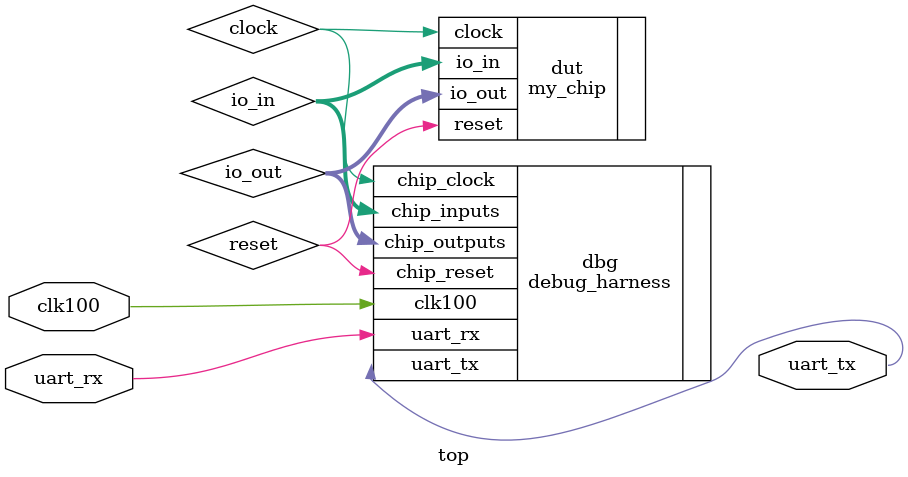
<source format=sv>
`default_nettype none

module top (
  input logic clk100, // 100MHz clock

  input logic uart_rx, // UART rx/tx from FTDI chip on FPGA
  output logic uart_tx
);

  logic clock, reset;
  logic [11:0] io_in, io_out;

  debug_harness dbg (
    .uart_rx, .uart_tx,
    .chip_inputs(io_in),
    .chip_outputs(io_out),
    .chip_clock(clock),
    .chip_reset(reset),
    .clk100
  );

  my_chip dut (
    .io_in, .io_out,
    .clock,
    .reset
  );

endmodule

</source>
